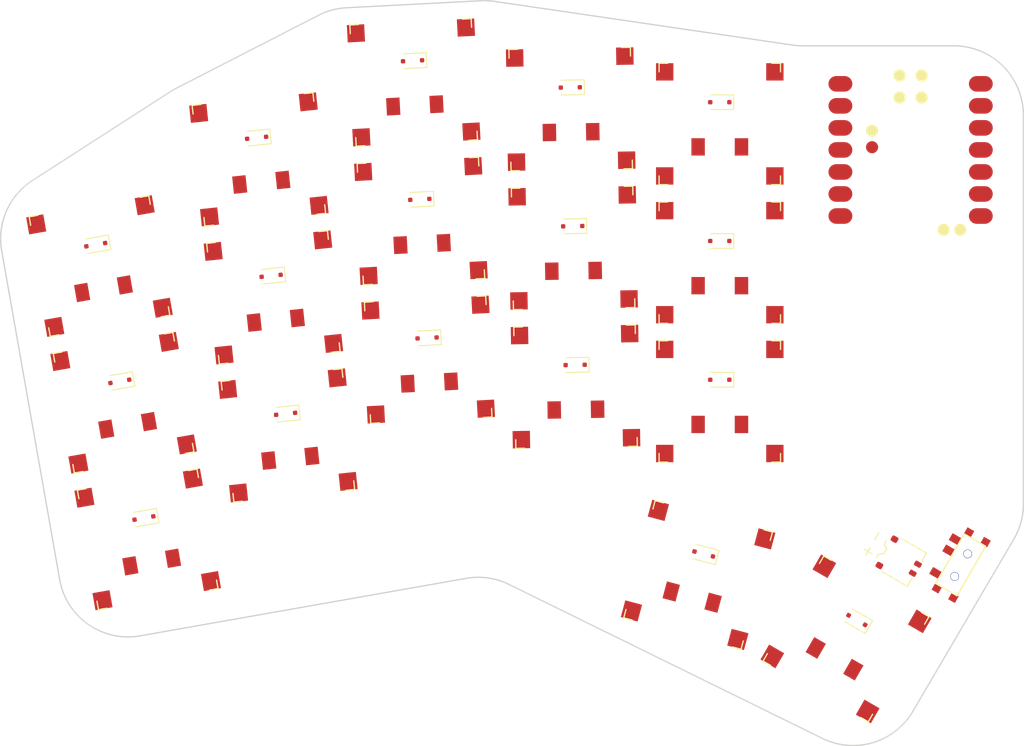
<source format=kicad_pcb>
(kicad_pcb (version 20171130) (host pcbnew 5.1.6)
  (title_block (title "splave-ferris_pg1316s_left_unrouted") (rev "v1.0.0") (company "Unknown"))
  (layers (0 F.Cu signal) (31 B.Cu signal) (34 B.Paste user) (35 F.Paste user) (36 B.SilkS user) (37 F.SilkS user) (38 B.Mask user) (39 F.Mask user) (44 Edge.Cuts user))
  (net 0 "")
  (net 1 "D5")
  (net 2 "pinky_bottom")
  (net 3 "pinky_home")
  (net 4 "pinky_top")
  (net 5 "D3")
  (net 6 "ring_bottom")
  (net 7 "ring_home")
  (net 8 "ring_top")
  (net 9 "D1")
  (net 10 "middle_bottom")
  (net 11 "middle_home")
  (net 12 "middle_top")
  (net 13 "D8")
  (net 14 "index_bottom")
  (net 15 "index_home")
  (net 16 "index_top")
  (net 17 "D10")
  (net 18 "inner_bottom")
  (net 19 "inner_home")
  (net 20 "inner_top")
  (net 21 "near_fan")
  (net 22 "far_fan")
  (net 23 "D4")
  (net 24 "D2")
  (net 25 "D0")
  (net 26 "D9")
  (net 27 "D6")
  (net 28 "D7")
  (net 29 "RAW3V3")
  (net 30 "RAW5V")
  (net 31 "CLK")
  (net 32 "DIO")
  (net 33 "GND")
  (net 34 "RST")
  (net 35 "BAT")
  (net 36 "NFC1")
  (net 37 "NFC2")
  (net 38 "BAT_P")
  (module PG1316S (layer F.Cu) (at 106.5683287 143.6773863 10)
    (fp_text reference "S1" hide)
    (fp_text value "" hide)
    (fp_line (start -7 -6) (end -7 -7) (layer F.SilkS) (width 0.15))
    (fp_line (start -7 7) (end -6 7) (layer F.SilkS) (width 0.15))
    (fp_line (start -6 -7) (end -7 -7) (layer F.SilkS) (width 0.15))
    (fp_line (start -7 7) (end -7 6) (layer F.SilkS) (width 0.15))
    (fp_line (start 7 6) (end 7 7) (layer F.SilkS) (width 0.15))
    (fp_line (start 7 -7) (end 6 -7) (layer F.SilkS) (width 0.15))
    (fp_line (start 6 7) (end 7 7) (layer F.SilkS) (width 0.15))
    (fp_line (start 7 -7) (end 7 -6) (layer F.SilkS) (width 0.15))
    (pad "1" smd rect (at -2.5 2.65 10) (size 1.55 2) (layers "F.Cu" "F.Paste" "F.Mask") (net 2 "pinky_bottom"))
    (pad "2" smd rect (at 2.5 2.65 10) (size 1.55 2) (layers "F.Cu" "F.Paste" "F.Mask") (net 1 "D5"))
    (pad "MP" smd rect (at -6.35 -6 10) (size 2 2) (layers "F.Cu" "F.Paste" "F.Mask"))
    (pad "MP" smd rect (at -6.35 6 10) (size 2 2) (layers "F.Cu" "F.Paste" "F.Mask"))
    (pad "MP" smd rect (at 6.35 -6 10) (size 2 2) (layers "F.Cu" "F.Paste" "F.Mask"))
    (pad "MP" smd rect (at 6.35 6 10) (size 2 2) (layers "F.Cu" "F.Paste" "F.Mask"))
  )
  (module PG1316S (layer F.Cu) (at 103.7899578 127.9204622 10)
    (fp_text reference "S2" hide)
    (fp_text value "" hide)
    (fp_line (start -7 -6) (end -7 -7) (layer F.SilkS) (width 0.15))
    (fp_line (start -7 7) (end -6 7) (layer F.SilkS) (width 0.15))
    (fp_line (start -6 -7) (end -7 -7) (layer F.SilkS) (width 0.15))
    (fp_line (start -7 7) (end -7 6) (layer F.SilkS) (width 0.15))
    (fp_line (start 7 6) (end 7 7) (layer F.SilkS) (width 0.15))
    (fp_line (start 7 -7) (end 6 -7) (layer F.SilkS) (width 0.15))
    (fp_line (start 6 7) (end 7 7) (layer F.SilkS) (width 0.15))
    (fp_line (start 7 -7) (end 7 -6) (layer F.SilkS) (width 0.15))
    (pad "1" smd rect (at -2.5 2.65 10) (size 1.55 2) (layers "F.Cu" "F.Paste" "F.Mask") (net 3 "pinky_home"))
    (pad "2" smd rect (at 2.5 2.65 10) (size 1.55 2) (layers "F.Cu" "F.Paste" "F.Mask") (net 1 "D5"))
    (pad "MP" smd rect (at -6.35 -6 10) (size 2 2) (layers "F.Cu" "F.Paste" "F.Mask"))
    (pad "MP" smd rect (at -6.35 6 10) (size 2 2) (layers "F.Cu" "F.Paste" "F.Mask"))
    (pad "MP" smd rect (at 6.35 -6 10) (size 2 2) (layers "F.Cu" "F.Paste" "F.Mask"))
    (pad "MP" smd rect (at 6.35 6 10) (size 2 2) (layers "F.Cu" "F.Paste" "F.Mask"))
  )
  (module PG1316S (layer F.Cu) (at 101.011587 112.1635382 10)
    (fp_text reference "S3" hide)
    (fp_text value "" hide)
    (fp_line (start -7 -6) (end -7 -7) (layer F.SilkS) (width 0.15))
    (fp_line (start -7 7) (end -6 7) (layer F.SilkS) (width 0.15))
    (fp_line (start -6 -7) (end -7 -7) (layer F.SilkS) (width 0.15))
    (fp_line (start -7 7) (end -7 6) (layer F.SilkS) (width 0.15))
    (fp_line (start 7 6) (end 7 7) (layer F.SilkS) (width 0.15))
    (fp_line (start 7 -7) (end 6 -7) (layer F.SilkS) (width 0.15))
    (fp_line (start 6 7) (end 7 7) (layer F.SilkS) (width 0.15))
    (fp_line (start 7 -7) (end 7 -6) (layer F.SilkS) (width 0.15))
    (pad "1" smd rect (at -2.5 2.65 10) (size 1.55 2) (layers "F.Cu" "F.Paste" "F.Mask") (net 4 "pinky_top"))
    (pad "2" smd rect (at 2.5 2.65 10) (size 1.55 2) (layers "F.Cu" "F.Paste" "F.Mask") (net 1 "D5"))
    (pad "MP" smd rect (at -6.35 -6 10) (size 2 2) (layers "F.Cu" "F.Paste" "F.Mask"))
    (pad "MP" smd rect (at -6.35 6 10) (size 2 2) (layers "F.Cu" "F.Paste" "F.Mask"))
    (pad "MP" smd rect (at 6.35 -6 10) (size 2 2) (layers "F.Cu" "F.Paste" "F.Mask"))
    (pad "MP" smd rect (at 6.35 6 10) (size 2 2) (layers "F.Cu" "F.Paste" "F.Mask"))
  )
  (module PG1316S (layer F.Cu) (at 122.7320346 131.6884493 6)
    (fp_text reference "S4" hide)
    (fp_text value "" hide)
    (fp_line (start -7 -6) (end -7 -7) (layer F.SilkS) (width 0.15))
    (fp_line (start -7 7) (end -6 7) (layer F.SilkS) (width 0.15))
    (fp_line (start -6 -7) (end -7 -7) (layer F.SilkS) (width 0.15))
    (fp_line (start -7 7) (end -7 6) (layer F.SilkS) (width 0.15))
    (fp_line (start 7 6) (end 7 7) (layer F.SilkS) (width 0.15))
    (fp_line (start 7 -7) (end 6 -7) (layer F.SilkS) (width 0.15))
    (fp_line (start 6 7) (end 7 7) (layer F.SilkS) (width 0.15))
    (fp_line (start 7 -7) (end 7 -6) (layer F.SilkS) (width 0.15))
    (pad "1" smd rect (at -2.5 2.65 6) (size 1.55 2) (layers "F.Cu" "F.Paste" "F.Mask") (net 6 "ring_bottom"))
    (pad "2" smd rect (at 2.5 2.65 6) (size 1.55 2) (layers "F.Cu" "F.Paste" "F.Mask") (net 5 "D3"))
    (pad "MP" smd rect (at -6.35 -6 6) (size 2 2) (layers "F.Cu" "F.Paste" "F.Mask"))
    (pad "MP" smd rect (at -6.35 6 6) (size 2 2) (layers "F.Cu" "F.Paste" "F.Mask"))
    (pad "MP" smd rect (at 6.35 -6 6) (size 2 2) (layers "F.Cu" "F.Paste" "F.Mask"))
    (pad "MP" smd rect (at 6.35 6 6) (size 2 2) (layers "F.Cu" "F.Paste" "F.Mask"))
  )
  (module PG1316S (layer F.Cu) (at 121.0595792 115.776099 6)
    (fp_text reference "S5" hide)
    (fp_text value "" hide)
    (fp_line (start -7 -6) (end -7 -7) (layer F.SilkS) (width 0.15))
    (fp_line (start -7 7) (end -6 7) (layer F.SilkS) (width 0.15))
    (fp_line (start -6 -7) (end -7 -7) (layer F.SilkS) (width 0.15))
    (fp_line (start -7 7) (end -7 6) (layer F.SilkS) (width 0.15))
    (fp_line (start 7 6) (end 7 7) (layer F.SilkS) (width 0.15))
    (fp_line (start 7 -7) (end 6 -7) (layer F.SilkS) (width 0.15))
    (fp_line (start 6 7) (end 7 7) (layer F.SilkS) (width 0.15))
    (fp_line (start 7 -7) (end 7 -6) (layer F.SilkS) (width 0.15))
    (pad "1" smd rect (at -2.5 2.65 6) (size 1.55 2) (layers "F.Cu" "F.Paste" "F.Mask") (net 7 "ring_home"))
    (pad "2" smd rect (at 2.5 2.65 6) (size 1.55 2) (layers "F.Cu" "F.Paste" "F.Mask") (net 5 "D3"))
    (pad "MP" smd rect (at -6.35 -6 6) (size 2 2) (layers "F.Cu" "F.Paste" "F.Mask"))
    (pad "MP" smd rect (at -6.35 6 6) (size 2 2) (layers "F.Cu" "F.Paste" "F.Mask"))
    (pad "MP" smd rect (at 6.35 -6 6) (size 2 2) (layers "F.Cu" "F.Paste" "F.Mask"))
    (pad "MP" smd rect (at 6.35 6 6) (size 2 2) (layers "F.Cu" "F.Paste" "F.Mask"))
  )
  (module PG1316S (layer F.Cu) (at 119.3871238 99.8637486 6)
    (fp_text reference "S6" hide)
    (fp_text value "" hide)
    (fp_line (start -7 -6) (end -7 -7) (layer F.SilkS) (width 0.15))
    (fp_line (start -7 7) (end -6 7) (layer F.SilkS) (width 0.15))
    (fp_line (start -6 -7) (end -7 -7) (layer F.SilkS) (width 0.15))
    (fp_line (start -7 7) (end -7 6) (layer F.SilkS) (width 0.15))
    (fp_line (start 7 6) (end 7 7) (layer F.SilkS) (width 0.15))
    (fp_line (start 7 -7) (end 6 -7) (layer F.SilkS) (width 0.15))
    (fp_line (start 6 7) (end 7 7) (layer F.SilkS) (width 0.15))
    (fp_line (start 7 -7) (end 7 -6) (layer F.SilkS) (width 0.15))
    (pad "1" smd rect (at -2.5 2.65 6) (size 1.55 2) (layers "F.Cu" "F.Paste" "F.Mask") (net 8 "ring_top"))
    (pad "2" smd rect (at 2.5 2.65 6) (size 1.55 2) (layers "F.Cu" "F.Paste" "F.Mask") (net 5 "D3"))
    (pad "MP" smd rect (at -6.35 -6 6) (size 2 2) (layers "F.Cu" "F.Paste" "F.Mask"))
    (pad "MP" smd rect (at -6.35 6 6) (size 2 2) (layers "F.Cu" "F.Paste" "F.Mask"))
    (pad "MP" smd rect (at 6.35 -6 6) (size 2 2) (layers "F.Cu" "F.Paste" "F.Mask"))
    (pad "MP" smd rect (at 6.35 6 6) (size 2 2) (layers "F.Cu" "F.Paste" "F.Mask"))
  )
  (module PG1316S (layer F.Cu) (at 138.9072076 122.9498121 3)
    (fp_text reference "S7" hide)
    (fp_text value "" hide)
    (fp_line (start -7 -6) (end -7 -7) (layer F.SilkS) (width 0.15))
    (fp_line (start -7 7) (end -6 7) (layer F.SilkS) (width 0.15))
    (fp_line (start -6 -7) (end -7 -7) (layer F.SilkS) (width 0.15))
    (fp_line (start -7 7) (end -7 6) (layer F.SilkS) (width 0.15))
    (fp_line (start 7 6) (end 7 7) (layer F.SilkS) (width 0.15))
    (fp_line (start 7 -7) (end 6 -7) (layer F.SilkS) (width 0.15))
    (fp_line (start 6 7) (end 7 7) (layer F.SilkS) (width 0.15))
    (fp_line (start 7 -7) (end 7 -6) (layer F.SilkS) (width 0.15))
    (pad "1" smd rect (at -2.5 2.65 3) (size 1.55 2) (layers "F.Cu" "F.Paste" "F.Mask") (net 10 "middle_bottom"))
    (pad "2" smd rect (at 2.5 2.65 3) (size 1.55 2) (layers "F.Cu" "F.Paste" "F.Mask") (net 9 "D1"))
    (pad "MP" smd rect (at -6.35 -6 3) (size 2 2) (layers "F.Cu" "F.Paste" "F.Mask"))
    (pad "MP" smd rect (at -6.35 6 3) (size 2 2) (layers "F.Cu" "F.Paste" "F.Mask"))
    (pad "MP" smd rect (at 6.35 -6 3) (size 2 2) (layers "F.Cu" "F.Paste" "F.Mask"))
    (pad "MP" smd rect (at 6.35 6 3) (size 2 2) (layers "F.Cu" "F.Paste" "F.Mask"))
  )
  (module PG1316S (layer F.Cu) (at 138.0698323 106.9717396 3)
    (fp_text reference "S8" hide)
    (fp_text value "" hide)
    (fp_line (start -7 -6) (end -7 -7) (layer F.SilkS) (width 0.15))
    (fp_line (start -7 7) (end -6 7) (layer F.SilkS) (width 0.15))
    (fp_line (start -6 -7) (end -7 -7) (layer F.SilkS) (width 0.15))
    (fp_line (start -7 7) (end -7 6) (layer F.SilkS) (width 0.15))
    (fp_line (start 7 6) (end 7 7) (layer F.SilkS) (width 0.15))
    (fp_line (start 7 -7) (end 6 -7) (layer F.SilkS) (width 0.15))
    (fp_line (start 6 7) (end 7 7) (layer F.SilkS) (width 0.15))
    (fp_line (start 7 -7) (end 7 -6) (layer F.SilkS) (width 0.15))
    (pad "1" smd rect (at -2.5 2.65 3) (size 1.55 2) (layers "F.Cu" "F.Paste" "F.Mask") (net 11 "middle_home"))
    (pad "2" smd rect (at 2.5 2.65 3) (size 1.55 2) (layers "F.Cu" "F.Paste" "F.Mask") (net 9 "D1"))
    (pad "MP" smd rect (at -6.35 -6 3) (size 2 2) (layers "F.Cu" "F.Paste" "F.Mask"))
    (pad "MP" smd rect (at -6.35 6 3) (size 2 2) (layers "F.Cu" "F.Paste" "F.Mask"))
    (pad "MP" smd rect (at 6.35 -6 3) (size 2 2) (layers "F.Cu" "F.Paste" "F.Mask"))
    (pad "MP" smd rect (at 6.35 6 3) (size 2 2) (layers "F.Cu" "F.Paste" "F.Mask"))
  )
  (module PG1316S (layer F.Cu) (at 137.2324571 90.9936671 3)
    (fp_text reference "S9" hide)
    (fp_text value "" hide)
    (fp_line (start -7 -6) (end -7 -7) (layer F.SilkS) (width 0.15))
    (fp_line (start -7 7) (end -6 7) (layer F.SilkS) (width 0.15))
    (fp_line (start -6 -7) (end -7 -7) (layer F.SilkS) (width 0.15))
    (fp_line (start -7 7) (end -7 6) (layer F.SilkS) (width 0.15))
    (fp_line (start 7 6) (end 7 7) (layer F.SilkS) (width 0.15))
    (fp_line (start 7 -7) (end 6 -7) (layer F.SilkS) (width 0.15))
    (fp_line (start 6 7) (end 7 7) (layer F.SilkS) (width 0.15))
    (fp_line (start 7 -7) (end 7 -6) (layer F.SilkS) (width 0.15))
    (pad "1" smd rect (at -2.5 2.65 3) (size 1.55 2) (layers "F.Cu" "F.Paste" "F.Mask") (net 12 "middle_top"))
    (pad "2" smd rect (at 2.5 2.65 3) (size 1.55 2) (layers "F.Cu" "F.Paste" "F.Mask") (net 9 "D1"))
    (pad "MP" smd rect (at -6.35 -6 3) (size 2 2) (layers "F.Cu" "F.Paste" "F.Mask"))
    (pad "MP" smd rect (at -6.35 6 3) (size 2 2) (layers "F.Cu" "F.Paste" "F.Mask"))
    (pad "MP" smd rect (at 6.35 -6 3) (size 2 2) (layers "F.Cu" "F.Paste" "F.Mask"))
    (pad "MP" smd rect (at 6.35 6 3) (size 2 2) (layers "F.Cu" "F.Paste" "F.Mask"))
  )
  (module PG1316S (layer F.Cu) (at 155.8935276 126.0650863 1)
    (fp_text reference "S10" hide)
    (fp_text value "" hide)
    (fp_line (start -7 -6) (end -7 -7) (layer F.SilkS) (width 0.15))
    (fp_line (start -7 7) (end -6 7) (layer F.SilkS) (width 0.15))
    (fp_line (start -6 -7) (end -7 -7) (layer F.SilkS) (width 0.15))
    (fp_line (start -7 7) (end -7 6) (layer F.SilkS) (width 0.15))
    (fp_line (start 7 6) (end 7 7) (layer F.SilkS) (width 0.15))
    (fp_line (start 7 -7) (end 6 -7) (layer F.SilkS) (width 0.15))
    (fp_line (start 6 7) (end 7 7) (layer F.SilkS) (width 0.15))
    (fp_line (start 7 -7) (end 7 -6) (layer F.SilkS) (width 0.15))
    (pad "1" smd rect (at -2.5 2.65 1) (size 1.55 2) (layers "F.Cu" "F.Paste" "F.Mask") (net 14 "index_bottom"))
    (pad "2" smd rect (at 2.5 2.65 1) (size 1.55 2) (layers "F.Cu" "F.Paste" "F.Mask") (net 13 "D8"))
    (pad "MP" smd rect (at -6.35 -6 1) (size 2 2) (layers "F.Cu" "F.Paste" "F.Mask"))
    (pad "MP" smd rect (at -6.35 6 1) (size 2 2) (layers "F.Cu" "F.Paste" "F.Mask"))
    (pad "MP" smd rect (at 6.35 -6 1) (size 2 2) (layers "F.Cu" "F.Paste" "F.Mask"))
    (pad "MP" smd rect (at 6.35 6 1) (size 2 2) (layers "F.Cu" "F.Paste" "F.Mask"))
  )
  (module PG1316S (layer F.Cu) (at 155.614289 110.0675232 1)
    (fp_text reference "S11" hide)
    (fp_text value "" hide)
    (fp_line (start -7 -6) (end -7 -7) (layer F.SilkS) (width 0.15))
    (fp_line (start -7 7) (end -6 7) (layer F.SilkS) (width 0.15))
    (fp_line (start -6 -7) (end -7 -7) (layer F.SilkS) (width 0.15))
    (fp_line (start -7 7) (end -7 6) (layer F.SilkS) (width 0.15))
    (fp_line (start 7 6) (end 7 7) (layer F.SilkS) (width 0.15))
    (fp_line (start 7 -7) (end 6 -7) (layer F.SilkS) (width 0.15))
    (fp_line (start 6 7) (end 7 7) (layer F.SilkS) (width 0.15))
    (fp_line (start 7 -7) (end 7 -6) (layer F.SilkS) (width 0.15))
    (pad "1" smd rect (at -2.5 2.65 1) (size 1.55 2) (layers "F.Cu" "F.Paste" "F.Mask") (net 15 "index_home"))
    (pad "2" smd rect (at 2.5 2.65 1) (size 1.55 2) (layers "F.Cu" "F.Paste" "F.Mask") (net 13 "D8"))
    (pad "MP" smd rect (at -6.35 -6 1) (size 2 2) (layers "F.Cu" "F.Paste" "F.Mask"))
    (pad "MP" smd rect (at -6.35 6 1) (size 2 2) (layers "F.Cu" "F.Paste" "F.Mask"))
    (pad "MP" smd rect (at 6.35 -6 1) (size 2 2) (layers "F.Cu" "F.Paste" "F.Mask"))
    (pad "MP" smd rect (at 6.35 6 1) (size 2 2) (layers "F.Cu" "F.Paste" "F.Mask"))
  )
  (module PG1316S (layer F.Cu) (at 155.3350505 94.0699601 1)
    (fp_text reference "S12" hide)
    (fp_text value "" hide)
    (fp_line (start -7 -6) (end -7 -7) (layer F.SilkS) (width 0.15))
    (fp_line (start -7 7) (end -6 7) (layer F.SilkS) (width 0.15))
    (fp_line (start -6 -7) (end -7 -7) (layer F.SilkS) (width 0.15))
    (fp_line (start -7 7) (end -7 6) (layer F.SilkS) (width 0.15))
    (fp_line (start 7 6) (end 7 7) (layer F.SilkS) (width 0.15))
    (fp_line (start 7 -7) (end 6 -7) (layer F.SilkS) (width 0.15))
    (fp_line (start 6 7) (end 7 7) (layer F.SilkS) (width 0.15))
    (fp_line (start 7 -7) (end 7 -6) (layer F.SilkS) (width 0.15))
    (pad "1" smd rect (at -2.5 2.65 1) (size 1.55 2) (layers "F.Cu" "F.Paste" "F.Mask") (net 16 "index_top"))
    (pad "2" smd rect (at 2.5 2.65 1) (size 1.55 2) (layers "F.Cu" "F.Paste" "F.Mask") (net 13 "D8"))
    (pad "MP" smd rect (at -6.35 -6 1) (size 2 2) (layers "F.Cu" "F.Paste" "F.Mask"))
    (pad "MP" smd rect (at -6.35 6 1) (size 2 2) (layers "F.Cu" "F.Paste" "F.Mask"))
    (pad "MP" smd rect (at 6.35 -6 1) (size 2 2) (layers "F.Cu" "F.Paste" "F.Mask"))
    (pad "MP" smd rect (at 6.35 6 1) (size 2 2) (layers "F.Cu" "F.Paste" "F.Mask"))
  )
  (module PG1316S (layer F.Cu) (at 172.5259042 127.7750717 0)
    (fp_text reference "S13" hide)
    (fp_text value "" hide)
    (fp_line (start -7 -6) (end -7 -7) (layer F.SilkS) (width 0.15))
    (fp_line (start -7 7) (end -6 7) (layer F.SilkS) (width 0.15))
    (fp_line (start -6 -7) (end -7 -7) (layer F.SilkS) (width 0.15))
    (fp_line (start -7 7) (end -7 6) (layer F.SilkS) (width 0.15))
    (fp_line (start 7 6) (end 7 7) (layer F.SilkS) (width 0.15))
    (fp_line (start 7 -7) (end 6 -7) (layer F.SilkS) (width 0.15))
    (fp_line (start 6 7) (end 7 7) (layer F.SilkS) (width 0.15))
    (fp_line (start 7 -7) (end 7 -6) (layer F.SilkS) (width 0.15))
    (pad "1" smd rect (at -2.5 2.65 0) (size 1.55 2) (layers "F.Cu" "F.Paste" "F.Mask") (net 18 "inner_bottom"))
    (pad "2" smd rect (at 2.5 2.65 0) (size 1.55 2) (layers "F.Cu" "F.Paste" "F.Mask") (net 17 "D10"))
    (pad "MP" smd rect (at -6.35 -6 0) (size 2 2) (layers "F.Cu" "F.Paste" "F.Mask"))
    (pad "MP" smd rect (at -6.35 6 0) (size 2 2) (layers "F.Cu" "F.Paste" "F.Mask"))
    (pad "MP" smd rect (at 6.35 -6 0) (size 2 2) (layers "F.Cu" "F.Paste" "F.Mask"))
    (pad "MP" smd rect (at 6.35 6 0) (size 2 2) (layers "F.Cu" "F.Paste" "F.Mask"))
  )
  (module PG1316S (layer F.Cu) (at 172.5259042 111.7750717 0)
    (fp_text reference "S14" hide)
    (fp_text value "" hide)
    (fp_line (start -7 -6) (end -7 -7) (layer F.SilkS) (width 0.15))
    (fp_line (start -7 7) (end -6 7) (layer F.SilkS) (width 0.15))
    (fp_line (start -6 -7) (end -7 -7) (layer F.SilkS) (width 0.15))
    (fp_line (start -7 7) (end -7 6) (layer F.SilkS) (width 0.15))
    (fp_line (start 7 6) (end 7 7) (layer F.SilkS) (width 0.15))
    (fp_line (start 7 -7) (end 6 -7) (layer F.SilkS) (width 0.15))
    (fp_line (start 6 7) (end 7 7) (layer F.SilkS) (width 0.15))
    (fp_line (start 7 -7) (end 7 -6) (layer F.SilkS) (width 0.15))
    (pad "1" smd rect (at -2.5 2.65 0) (size 1.55 2) (layers "F.Cu" "F.Paste" "F.Mask") (net 19 "inner_home"))
    (pad "2" smd rect (at 2.5 2.65 0) (size 1.55 2) (layers "F.Cu" "F.Paste" "F.Mask") (net 17 "D10"))
    (pad "MP" smd rect (at -6.35 -6 0) (size 2 2) (layers "F.Cu" "F.Paste" "F.Mask"))
    (pad "MP" smd rect (at -6.35 6 0) (size 2 2) (layers "F.Cu" "F.Paste" "F.Mask"))
    (pad "MP" smd rect (at 6.35 -6 0) (size 2 2) (layers "F.Cu" "F.Paste" "F.Mask"))
    (pad "MP" smd rect (at 6.35 6 0) (size 2 2) (layers "F.Cu" "F.Paste" "F.Mask"))
  )
  (module PG1316S (layer F.Cu) (at 172.5259041 95.7750718 0)
    (fp_text reference "S15" hide)
    (fp_text value "" hide)
    (fp_line (start -7 -6) (end -7 -7) (layer F.SilkS) (width 0.15))
    (fp_line (start -7 7) (end -6 7) (layer F.SilkS) (width 0.15))
    (fp_line (start -6 -7) (end -7 -7) (layer F.SilkS) (width 0.15))
    (fp_line (start -7 7) (end -7 6) (layer F.SilkS) (width 0.15))
    (fp_line (start 7 6) (end 7 7) (layer F.SilkS) (width 0.15))
    (fp_line (start 7 -7) (end 6 -7) (layer F.SilkS) (width 0.15))
    (fp_line (start 6 7) (end 7 7) (layer F.SilkS) (width 0.15))
    (fp_line (start 7 -7) (end 7 -6) (layer F.SilkS) (width 0.15))
    (pad "1" smd rect (at -2.5 2.65 0) (size 1.55 2) (layers "F.Cu" "F.Paste" "F.Mask") (net 20 "inner_top"))
    (pad "2" smd rect (at 2.5 2.65 0) (size 1.55 2) (layers "F.Cu" "F.Paste" "F.Mask") (net 17 "D10"))
    (pad "MP" smd rect (at -6.35 -6 0) (size 2 2) (layers "F.Cu" "F.Paste" "F.Mask"))
    (pad "MP" smd rect (at -6.35 6 0) (size 2 2) (layers "F.Cu" "F.Paste" "F.Mask"))
    (pad "MP" smd rect (at 6.35 -6 0) (size 2 2) (layers "F.Cu" "F.Paste" "F.Mask"))
    (pad "MP" smd rect (at 6.35 6 0) (size 2 2) (layers "F.Cu" "F.Paste" "F.Mask"))
  )
  (module PG1316S (layer F.Cu) (at 170.0259042 147.7750717 -15)
    (fp_text reference "S16" hide)
    (fp_text value "" hide)
    (fp_line (start -7 -6) (end -7 -7) (layer F.SilkS) (width 0.15))
    (fp_line (start -7 7) (end -6 7) (layer F.SilkS) (width 0.15))
    (fp_line (start -6 -7) (end -7 -7) (layer F.SilkS) (width 0.15))
    (fp_line (start -7 7) (end -7 6) (layer F.SilkS) (width 0.15))
    (fp_line (start 7 6) (end 7 7) (layer F.SilkS) (width 0.15))
    (fp_line (start 7 -7) (end 6 -7) (layer F.SilkS) (width 0.15))
    (fp_line (start 6 7) (end 7 7) (layer F.SilkS) (width 0.15))
    (fp_line (start 7 -7) (end 7 -6) (layer F.SilkS) (width 0.15))
    (pad "1" smd rect (at -2.5 2.65 -15) (size 1.55 2) (layers "F.Cu" "F.Paste" "F.Mask") (net 21 "near_fan"))
    (pad "2" smd rect (at 2.5 2.65 -15) (size 1.55 2) (layers "F.Cu" "F.Paste" "F.Mask") (net 13 "D8"))
    (pad "MP" smd rect (at -6.35 -6 -15) (size 2 2) (layers "F.Cu" "F.Paste" "F.Mask"))
    (pad "MP" smd rect (at -6.35 6 -15) (size 2 2) (layers "F.Cu" "F.Paste" "F.Mask"))
    (pad "MP" smd rect (at 6.35 -6 -15) (size 2 2) (layers "F.Cu" "F.Paste" "F.Mask"))
    (pad "MP" smd rect (at 6.35 6 -15) (size 2 2) (layers "F.Cu" "F.Paste" "F.Mask"))
  )
  (module PG1316S (layer F.Cu) (at 187.0787936 155.1482271 -30)
    (fp_text reference "S17" hide)
    (fp_text value "" hide)
    (fp_line (start -7 -6) (end -7 -7) (layer F.SilkS) (width 0.15))
    (fp_line (start -7 7) (end -6 7) (layer F.SilkS) (width 0.15))
    (fp_line (start -6 -7) (end -7 -7) (layer F.SilkS) (width 0.15))
    (fp_line (start -7 7) (end -7 6) (layer F.SilkS) (width 0.15))
    (fp_line (start 7 6) (end 7 7) (layer F.SilkS) (width 0.15))
    (fp_line (start 7 -7) (end 6 -7) (layer F.SilkS) (width 0.15))
    (fp_line (start 6 7) (end 7 7) (layer F.SilkS) (width 0.15))
    (fp_line (start 7 -7) (end 7 -6) (layer F.SilkS) (width 0.15))
    (pad "1" smd rect (at -2.5 2.65 -30) (size 1.55 2) (layers "F.Cu" "F.Paste" "F.Mask") (net 22 "far_fan"))
    (pad "2" smd rect (at 2.5 2.65 -30) (size 1.55 2) (layers "F.Cu" "F.Paste" "F.Mask") (net 17 "D10"))
    (pad "MP" smd rect (at -6.35 -6 -30) (size 2 2) (layers "F.Cu" "F.Paste" "F.Mask"))
    (pad "MP" smd rect (at -6.35 6 -30) (size 2 2) (layers "F.Cu" "F.Paste" "F.Mask"))
    (pad "MP" smd rect (at 6.35 -6 -30) (size 2 2) (layers "F.Cu" "F.Paste" "F.Mask"))
    (pad "MP" smd rect (at 6.35 6 -30) (size 2 2) (layers "F.Cu" "F.Paste" "F.Mask"))
  )
  (footprint "D_SOD-323F" (at 106.1342083 141.2153669 190) (layer F.Cu)
    (property "Reference" "D1" hide)
    (pad "1" smd roundrect (at -1.1 0 190) (size 0.5 0.5) (layers "F.Cu" "F.Mask" "F.Paste") (net 2 "pinky_bottom"))
    (pad "2" smd roundrect (at 1.1 0 190) (size 0.5 0.5) (layers "F.Cu" "F.Mask" "F.Paste") (net 23 "D4"))
    (fp_line (start -1.61 -0.85) (end -1.61 0.85) (stroke (width 0.12)) (layer F.SilkS))
    (fp_line (start -1.61 -0.85) (end 1.05 -0.85) (stroke (width 0.12)) (layer F.SilkS))
    (fp_line (start -1.61 0.85) (end 1.05 0.85) (stroke (width 0.12)) (layer F.SilkS))
  )
  (footprint "D_SOD-323F" (at 103.3558374 125.4584428 190) (layer F.Cu)
    (property "Reference" "D2" hide)
    (pad "1" smd roundrect (at -1.1 0 190) (size 0.5 0.5) (layers "F.Cu" "F.Mask" "F.Paste") (net 3 "pinky_home"))
    (pad "2" smd roundrect (at 1.1 0 190) (size 0.5 0.5) (layers "F.Cu" "F.Mask" "F.Paste") (net 24 "D2"))
    (fp_line (start -1.61 -0.85) (end -1.61 0.85) (stroke (width 0.12)) (layer F.SilkS))
    (fp_line (start -1.61 -0.85) (end 1.05 -0.85) (stroke (width 0.12)) (layer F.SilkS))
    (fp_line (start -1.61 0.85) (end 1.05 0.85) (stroke (width 0.12)) (layer F.SilkS))
  )
  (footprint "D_SOD-323F" (at 100.57746660000001 109.7015188 190) (layer F.Cu)
    (property "Reference" "D3" hide)
    (pad "1" smd roundrect (at -1.1 0 190) (size 0.5 0.5) (layers "F.Cu" "F.Mask" "F.Paste") (net 4 "pinky_top"))
    (pad "2" smd roundrect (at 1.1 0 190) (size 0.5 0.5) (layers "F.Cu" "F.Mask" "F.Paste") (net 25 "D0"))
    (fp_line (start -1.61 -0.85) (end -1.61 0.85) (stroke (width 0.12)) (layer F.SilkS))
    (fp_line (start -1.61 -0.85) (end 1.05 -0.85) (stroke (width 0.12)) (layer F.SilkS))
    (fp_line (start -1.61 0.85) (end 1.05 0.85) (stroke (width 0.12)) (layer F.SilkS))
  )
  (footprint "D_SOD-323F" (at 122.47071340000001 129.2021446 186) (layer F.Cu)
    (property "Reference" "D4" hide)
    (pad "1" smd roundrect (at -1.1 0 186) (size 0.5 0.5) (layers "F.Cu" "F.Mask" "F.Paste") (net 6 "ring_bottom"))
    (pad "2" smd roundrect (at 1.1 0 186) (size 0.5 0.5) (layers "F.Cu" "F.Mask" "F.Paste") (net 23 "D4"))
    (fp_line (start -1.61 -0.85) (end -1.61 0.85) (stroke (width 0.12)) (layer F.SilkS))
    (fp_line (start -1.61 -0.85) (end 1.05 -0.85) (stroke (width 0.12)) (layer F.SilkS))
    (fp_line (start -1.61 0.85) (end 1.05 0.85) (stroke (width 0.12)) (layer F.SilkS))
  )
  (footprint "D_SOD-323F" (at 120.798258 113.2897943 186) (layer F.Cu)
    (property "Reference" "D5" hide)
    (pad "1" smd roundrect (at -1.1 0 186) (size 0.5 0.5) (layers "F.Cu" "F.Mask" "F.Paste") (net 7 "ring_home"))
    (pad "2" smd roundrect (at 1.1 0 186) (size 0.5 0.5) (layers "F.Cu" "F.Mask" "F.Paste") (net 24 "D2"))
    (fp_line (start -1.61 -0.85) (end -1.61 0.85) (stroke (width 0.12)) (layer F.SilkS))
    (fp_line (start -1.61 -0.85) (end 1.05 -0.85) (stroke (width 0.12)) (layer F.SilkS))
    (fp_line (start -1.61 0.85) (end 1.05 0.85) (stroke (width 0.12)) (layer F.SilkS))
  )
  (footprint "D_SOD-323F" (at 119.1258026 97.37744389999999 186) (layer F.Cu)
    (property "Reference" "D6" hide)
    (pad "1" smd roundrect (at -1.1 0 186) (size 0.5 0.5) (layers "F.Cu" "F.Mask" "F.Paste") (net 8 "ring_top"))
    (pad "2" smd roundrect (at 1.1 0 186) (size 0.5 0.5) (layers "F.Cu" "F.Mask" "F.Paste") (net 25 "D0"))
    (fp_line (start -1.61 -0.85) (end -1.61 0.85) (stroke (width 0.12)) (layer F.SilkS))
    (fp_line (start -1.61 -0.85) (end 1.05 -0.85) (stroke (width 0.12)) (layer F.SilkS))
    (fp_line (start -1.61 0.85) (end 1.05 0.85) (stroke (width 0.12)) (layer F.SilkS))
  )
  (footprint "D_SOD-323F" (at 138.77636769999998 120.45323830000001 183) (layer F.Cu)
    (property "Reference" "D7" hide)
    (pad "1" smd roundrect (at -1.1 0 183) (size 0.5 0.5) (layers "F.Cu" "F.Mask" "F.Paste") (net 10 "middle_bottom"))
    (pad "2" smd roundrect (at 1.1 0 183) (size 0.5 0.5) (layers "F.Cu" "F.Mask" "F.Paste") (net 23 "D4"))
    (fp_line (start -1.61 -0.85) (end -1.61 0.85) (stroke (width 0.12)) (layer F.SilkS))
    (fp_line (start -1.61 -0.85) (end 1.05 -0.85) (stroke (width 0.12)) (layer F.SilkS))
    (fp_line (start -1.61 0.85) (end 1.05 0.85) (stroke (width 0.12)) (layer F.SilkS))
  )
  (footprint "D_SOD-323F" (at 137.9389924 104.47516580000001 183) (layer F.Cu)
    (property "Reference" "D8" hide)
    (pad "1" smd roundrect (at -1.1 0 183) (size 0.5 0.5) (layers "F.Cu" "F.Mask" "F.Paste") (net 11 "middle_home"))
    (pad "2" smd roundrect (at 1.1 0 183) (size 0.5 0.5) (layers "F.Cu" "F.Mask" "F.Paste") (net 24 "D2"))
    (fp_line (start -1.61 -0.85) (end -1.61 0.85) (stroke (width 0.12)) (layer F.SilkS))
    (fp_line (start -1.61 -0.85) (end 1.05 -0.85) (stroke (width 0.12)) (layer F.SilkS))
    (fp_line (start -1.61 0.85) (end 1.05 0.85) (stroke (width 0.12)) (layer F.SilkS))
  )
  (footprint "D_SOD-323F" (at 137.1016172 88.49709329999999 183) (layer F.Cu)
    (property "Reference" "D9" hide)
    (pad "1" smd roundrect (at -1.1 0 183) (size 0.5 0.5) (layers "F.Cu" "F.Mask" "F.Paste") (net 12 "middle_top"))
    (pad "2" smd roundrect (at 1.1 0 183) (size 0.5 0.5) (layers "F.Cu" "F.Mask" "F.Paste") (net 25 "D0"))
    (fp_line (start -1.61 -0.85) (end -1.61 0.85) (stroke (width 0.12)) (layer F.SilkS))
    (fp_line (start -1.61 -0.85) (end 1.05 -0.85) (stroke (width 0.12)) (layer F.SilkS))
    (fp_line (start -1.61 0.85) (end 1.05 0.85) (stroke (width 0.12)) (layer F.SilkS))
  )
  (footprint "D_SOD-323F" (at 155.8498966 123.5654671 181) (layer F.Cu)
    (property "Reference" "D10" hide)
    (pad "1" smd roundrect (at -1.1 0 181) (size 0.5 0.5) (layers "F.Cu" "F.Mask" "F.Paste") (net 14 "index_bottom"))
    (pad "2" smd roundrect (at 1.1 0 181) (size 0.5 0.5) (layers "F.Cu" "F.Mask" "F.Paste") (net 23 "D4"))
    (fp_line (start -1.61 -0.85) (end -1.61 0.85) (stroke (width 0.12)) (layer F.SilkS))
    (fp_line (start -1.61 -0.85) (end 1.05 -0.85) (stroke (width 0.12)) (layer F.SilkS))
    (fp_line (start -1.61 0.85) (end 1.05 0.85) (stroke (width 0.12)) (layer F.SilkS))
  )
  (footprint "D_SOD-323F" (at 155.570658 107.567904 181) (layer F.Cu)
    (property "Reference" "D11" hide)
    (pad "1" smd roundrect (at -1.1 0 181) (size 0.5 0.5) (layers "F.Cu" "F.Mask" "F.Paste") (net 15 "index_home"))
    (pad "2" smd roundrect (at 1.1 0 181) (size 0.5 0.5) (layers "F.Cu" "F.Mask" "F.Paste") (net 24 "D2"))
    (fp_line (start -1.61 -0.85) (end -1.61 0.85) (stroke (width 0.12)) (layer F.SilkS))
    (fp_line (start -1.61 -0.85) (end 1.05 -0.85) (stroke (width 0.12)) (layer F.SilkS))
    (fp_line (start -1.61 0.85) (end 1.05 0.85) (stroke (width 0.12)) (layer F.SilkS))
  )
  (footprint "D_SOD-323F" (at 155.2914195 91.5703409 181) (layer F.Cu)
    (property "Reference" "D12" hide)
    (pad "1" smd roundrect (at -1.1 0 181) (size 0.5 0.5) (layers "F.Cu" "F.Mask" "F.Paste") (net 16 "index_top"))
    (pad "2" smd roundrect (at 1.1 0 181) (size 0.5 0.5) (layers "F.Cu" "F.Mask" "F.Paste") (net 25 "D0"))
    (fp_line (start -1.61 -0.85) (end -1.61 0.85) (stroke (width 0.12)) (layer F.SilkS))
    (fp_line (start -1.61 -0.85) (end 1.05 -0.85) (stroke (width 0.12)) (layer F.SilkS))
    (fp_line (start -1.61 0.85) (end 1.05 0.85) (stroke (width 0.12)) (layer F.SilkS))
  )
  (footprint "D_SOD-323F" (at 172.5259042 125.2750717 180) (layer F.Cu)
    (property "Reference" "D13" hide)
    (pad "1" smd roundrect (at -1.1 0 180) (size 0.5 0.5) (layers "F.Cu" "F.Mask" "F.Paste") (net 18 "inner_bottom"))
    (pad "2" smd roundrect (at 1.1 0 180) (size 0.5 0.5) (layers "F.Cu" "F.Mask" "F.Paste") (net 23 "D4"))
    (fp_line (start -1.61 -0.85) (end -1.61 0.85) (stroke (width 0.12)) (layer F.SilkS))
    (fp_line (start -1.61 -0.85) (end 1.05 -0.85) (stroke (width 0.12)) (layer F.SilkS))
    (fp_line (start -1.61 0.85) (end 1.05 0.85) (stroke (width 0.12)) (layer F.SilkS))
  )
  (footprint "D_SOD-323F" (at 172.5259042 109.2750717 180) (layer F.Cu)
    (property "Reference" "D14" hide)
    (pad "1" smd roundrect (at -1.1 0 180) (size 0.5 0.5) (layers "F.Cu" "F.Mask" "F.Paste") (net 19 "inner_home"))
    (pad "2" smd roundrect (at 1.1 0 180) (size 0.5 0.5) (layers "F.Cu" "F.Mask" "F.Paste") (net 24 "D2"))
    (fp_line (start -1.61 -0.85) (end -1.61 0.85) (stroke (width 0.12)) (layer F.SilkS))
    (fp_line (start -1.61 -0.85) (end 1.05 -0.85) (stroke (width 0.12)) (layer F.SilkS))
    (fp_line (start -1.61 0.85) (end 1.05 0.85) (stroke (width 0.12)) (layer F.SilkS))
  )
  (footprint "D_SOD-323F" (at 172.5259041 93.2750718 180) (layer F.Cu)
    (property "Reference" "D15" hide)
    (pad "1" smd roundrect (at -1.1 0 180) (size 0.5 0.5) (layers "F.Cu" "F.Mask" "F.Paste") (net 20 "inner_top"))
    (pad "2" smd roundrect (at 1.1 0 180) (size 0.5 0.5) (layers "F.Cu" "F.Mask" "F.Paste") (net 25 "D0"))
    (fp_line (start -1.61 -0.85) (end -1.61 0.85) (stroke (width 0.12)) (layer F.SilkS))
    (fp_line (start -1.61 -0.85) (end 1.05 -0.85) (stroke (width 0.12)) (layer F.SilkS))
    (fp_line (start -1.61 0.85) (end 1.05 0.85) (stroke (width 0.12)) (layer F.SilkS))
  )
  (footprint "D_SOD-323F" (at 170.67295180000002 145.3602571 165) (layer F.Cu)
    (property "Reference" "D16" hide)
    (pad "1" smd roundrect (at -1.1 0 165) (size 0.5 0.5) (layers "F.Cu" "F.Mask" "F.Paste") (net 21 "near_fan"))
    (pad "2" smd roundrect (at 1.1 0 165) (size 0.5 0.5) (layers "F.Cu" "F.Mask" "F.Paste") (net 26 "D9"))
    (fp_line (start -1.61 -0.85) (end -1.61 0.85) (stroke (width 0.12)) (layer F.SilkS))
    (fp_line (start -1.61 -0.85) (end 1.05 -0.85) (stroke (width 0.12)) (layer F.SilkS))
    (fp_line (start -1.61 0.85) (end 1.05 0.85) (stroke (width 0.12)) (layer F.SilkS))
  )
  (footprint "D_SOD-323F" (at 188.3287936 152.9831636 150) (layer F.Cu)
    (property "Reference" "D17" hide)
    (pad "1" smd roundrect (at -1.1 0 150) (size 0.5 0.5) (layers "F.Cu" "F.Mask" "F.Paste") (net 22 "far_fan"))
    (pad "2" smd roundrect (at 1.1 0 150) (size 0.5 0.5) (layers "F.Cu" "F.Mask" "F.Paste") (net 26 "D9"))
    (fp_line (start -1.61 -0.85) (end -1.61 0.85) (stroke (width 0.12)) (layer F.SilkS))
    (fp_line (start -1.61 -0.85) (end 1.05 -0.85) (stroke (width 0.12)) (layer F.SilkS))
    (fp_line (start -1.61 0.85) (end 1.05 0.85) (stroke (width 0.12)) (layer F.SilkS))
  )
  (footprint "xiao_smd" (layer "F.Cu") (at 194.5259041 98.7750718 0)
    (property "Reference" "MCU1" hide)
    (pad "1" smd oval (at -7.62 -7.62 180) (size 2.75 1.8) (drill (offset 0.475 0)) (layers "F.Cu" "F.Paste" "F.Mask") (net 25 "D0"))
    (pad "2" smd oval (at -7.62 -5.08 180) (size 2.75 1.8) (drill (offset 0.475 0)) (layers "F.Cu" "F.Paste" "F.Mask") (net 9 "D1"))
    (pad "3" smd oval (at -7.62 -2.54 180) (size 2.75 1.8) (drill (offset 0.475 0)) (layers "F.Cu" "F.Paste" "F.Mask") (net 24 "D2"))
    (pad "4" smd oval (at -7.62 0 180) (size 2.75 1.8) (drill (offset 0.475 0)) (layers "F.Cu" "F.Paste" "F.Mask") (net 5 "D3"))
    (pad "5" smd oval (at -7.62 2.54 180) (size 2.75 1.8) (drill (offset 0.475 0)) (layers "F.Cu" "F.Paste" "F.Mask") (net 23 "D4"))
    (pad "6" smd oval (at -7.62 5.08 180) (size 2.75 1.8) (drill (offset 0.475 0)) (layers "F.Cu" "F.Paste" "F.Mask") (net 1 "D5"))
    (pad "7" smd oval (at -7.62 7.62 180) (size 2.75 1.8) (drill (offset 0.475 0)) (layers "F.Cu" "F.Paste" "F.Mask") (net 27 "D6"))
    (pad "8" smd oval (at 7.62 7.62 0) (size 2.75 1.8) (drill (offset 0.475 0)) (layers "F.Cu" "F.Paste" "F.Mask") (net 28 "D7"))
    (pad "9" smd oval (at 7.62 5.08 0) (size 2.75 1.8) (drill (offset 0.475 0)) (layers "F.Cu" "F.Paste" "F.Mask") (net 13 "D8"))
    (pad "10" smd oval (at 7.62 2.54 0) (size 2.75 1.8) (drill (offset 0.475 0)) (layers "F.Cu" "F.Paste" "F.Mask") (net 26 "D9"))
    (pad "11" smd oval (at 7.62 0 0) (size 2.75 1.8) (drill (offset 0.475 0)) (layers "F.Cu" "F.Paste" "F.Mask") (net 17 "D10"))
    (pad "12" smd oval (at 7.62 -2.54 0) (size 2.75 1.8) (drill (offset 0.475 0)) (layers "F.Cu" "F.Paste" "F.Mask") (net 29 "RAW3V3"))
    (pad "13" smd oval (at 7.62 -5.08 0) (size 2.75 1.8) (drill (offset 0.475 0)) (layers "F.Cu" "F.Paste" "F.Mask") (net 33 "GND"))
    (pad "14" smd oval (at 7.62 -7.62 0) (size 2.75 1.8) (drill (offset 0.475 0)) (layers "F.Cu" "F.Paste" "F.Mask") (net 30 "RAW5V"))
    (pad "15" smd circle (at -1.27 -8.572 90) (size 1.397 1.397) (drill 1.016) (layers "F.SilkS") (net 31 "CLK"))
    (pad "16" smd circle (at 1.27 -8.572 90) (size 1.397 1.397) (drill 1.016) (layers "F.SilkS") (net 32 "DIO"))
    (pad "17" smd circle (at -1.27 -6.032 90) (size 1.397 1.397) (drill 1.016) (layers "F.SilkS") (net 34 "RST"))
    (pad "18" smd circle (at 1.27 -6.032 90) (size 1.397 1.397) (drill 1.016) (layers "F.SilkS") (net 33 "GND"))
    (pad "19" smd circle (at -4.445 -0.317 180) (size 1.397 1.397) (drill 1.016) (layers "F.Cu" "F.Paste" "F.Mask") (net 35 "BAT"))
    (pad "20" smd circle (at -4.445 -2.222 180) (size 1.397 1.397) (drill 1.016) (layers "F.SilkS") (net 33 "GND"))
    (pad "21" smd circle (at 3.81 9.208 180) (size 1.397 1.397) (drill 1.016) (layers "F.SilkS") (net 36 "NFC1"))
    (pad "22" smd circle (at 5.715 9.208 180) (size 1.397 1.397) (drill 1.016) (layers "F.SilkS") (net 37 "NFC2"))
  )
  (module E73:SPDT_C128955 (layer F.Cu) (at 200.35747780000003 146.64887140000002 -120)
    (fp_text reference "T1" hide)
    (fp_text value "" hide)
    (fp_line (start 1.95 -1.35) (end -1.95 -1.35) (layer F.SilkS) (width 0.15))
    (fp_line (start 0 -1.35) (end -3.3 -1.35) (layer F.SilkS) (width 0.15))
    (fp_line (start -3.3 -1.35) (end -3.3 1.5) (layer F.SilkS) (width 0.15))
    (fp_line (start -3.3 1.5) (end 3.3 1.5) (layer F.SilkS) (width 0.15))
    (fp_line (start 3.3 1.5) (end 3.3 -1.35) (layer F.SilkS) (width 0.15))
    (fp_line (start 0 -1.35) (end 3.3 -1.35) (layer F.SilkS) (width 0.15))
    (pad "" np_thru_hole circle (at 1.5 0) (size 1 1) (drill 0.9) (layers *.Cu *.Mask))
    (pad "" np_thru_hole circle (at -1.5 0) (size 1 1) (drill 0.9) (layers *.Cu *.Mask))
    (pad 1 smd rect (at 2.25 2.075 -120) (size 0.9 1.25) (layers F.Cu F.Paste F.Mask) (net 38 "BAT_P"))
    (pad 2 smd rect (at -0.75 2.075 -120) (size 0.9 1.25) (layers F.Cu F.Paste F.Mask) (net 35 "BAT"))
    (pad 3 smd rect (at -2.25 2.075 -120) (size 0.9 1.25) (layers F.Cu F.Paste F.Mask))
    (pad "" smd rect (at 3.7 -1.1 -120) (size 0.9 0.9) (layers F.Cu F.Paste F.Mask))
    (pad "" smd rect (at 3.7 1.1 -120) (size 0.9 0.9) (layers F.Cu F.Paste F.Mask))
    (pad "" smd rect (at -3.7 1.1 -120) (size 0.9 0.9) (layers F.Cu F.Paste F.Mask))
    (pad "" smd rect (at -3.7 -1.1 -120) (size 0.9 0.9) (layers F.Cu F.Paste F.Mask))
  )
  (footprint "ceoloide:battery_connector_molex_pico_ezmate_1x02" (layer "F.Cu") (at 193.44481900000002 146.12194770000002 -120)
    (property "Reference" "CONN1" hide)
    (pad "" smd roundrect (at 1.75 1.9 -120) (size 0.7 0.8) (layers "F.Cu" "F.Paste" "F.Mask"))
    (pad "" smd roundrect (at -1.75 1.9 -120) (size 0.7 0.8) (layers "F.Cu" "F.Paste" "F.Mask"))
    (pad "2" smd roundrect (at 0.6 -1.875 -120) (size 0.6 0.85) (layers "F.Cu" "F.Paste" "F.Mask") (net 38 "BAT_P"))
    (pad "1" smd roundrect (at -0.6 -1.875 -120) (size 0.6 0.85) (layers "F.Cu" "F.Paste" "F.Mask") (net 33 "GND"))
    (fp_line (start 0.5 3.85) (end 1.5 3.85) (layer "F.SilkS") (stroke (width 0.12)))
    (fp_line (start 1 4.35) (end 1 3.35) (layer "F.SilkS") (stroke (width 0.12)))
    (fp_line (start -0.5 3.85) (end -1.5 3.85) (layer "F.SilkS") (stroke (width 0.12)))
    (fp_line (start 0.64 2.63) (end 1.14 2.63) (layer "F.SilkS") (stroke (width 0.12)))
    (fp_line (start 0.34 2.13) (end 0.64 2.63) (layer "F.SilkS") (stroke (width 0.12)))
    (fp_line (start -0.34 2.13) (end 0.34 2.13) (layer "F.SilkS") (stroke (width 0.12)))
    (fp_line (start -0.64 2.63) (end -0.34 2.13) (layer "F.SilkS") (stroke (width 0.12)))
    (fp_line (start -1.16 -2.09) (end -1.16 -2.3) (layer "F.SilkS") (stroke (width 0.12)))
    (fp_line (start -2.21 -2.09) (end -1.16 -2.09) (layer "F.SilkS") (stroke (width 0.12)))
    (fp_line (start -2.21 1.24) (end -2.21 -2.09) (layer "F.SilkS") (stroke (width 0.12)))
    (fp_line (start -1.14 2.63) (end -0.64 2.63) (layer "F.SilkS") (stroke (width 0.12)))
    (fp_line (start 2.21 -2.09) (end 1.16 -2.09) (layer "F.SilkS") (stroke (width 0.12)))
    (fp_line (start 2.21 1.24) (end 2.21 -2.09) (layer "F.SilkS") (stroke (width 0.12)))
  )
  (gr_line (start 206.42681906390652 143.6492716067233) (end 194.79070379385448 163.49159813591888) (angle 90) (layer Edge.Cuts) (width 0.15))
  (gr_line (start 184.36254633066687 166.62513047647815) (end 148.21069065635106 148.86625365526456) (angle 90) (layer Edge.Cuts) (width 0.15))
  (gr_line (start 143.29426263150472 148.16822067951225) (end 105.68626740795604 154.79952495762552) (angle 90) (layer Edge.Cuts) (width 0.15))
  (gr_line (start 96.41861990453133 148.3102485053313) (end 89.73605273334157 110.4115267159188) (angle 90) (layer Edge.Cuts) (width 0.15))
  (gr_line (start 93.28253096506059 102.29672478448299) (end 109.16511130879975 92.06672162951865) (angle 90) (layer Edge.Cuts) (width 0.15))
  (gr_line (start 109.84551361844646 91.67433595411083) (end 126.25052113725698 83.2584603027963) (angle 90) (layer Edge.Cuts) (width 0.15))
  (gr_line (start 129.48341455916722 82.3874261058021) (end 144.95642944256338 81.57651976644635) (angle 90) (layer Edge.Cuts) (width 0.15))
  (gr_line (start 146.53447820572924 81.6500091957745) (end 180.94929920657663 86.69061864894447) (angle 90) (layer Edge.Cuts) (width 0.15))
  (gr_line (start 182.1086599551589 86.7750718) (end 199.5259041 86.7750718) (angle 90) (layer Edge.Cuts) (width 0.15))
  (gr_line (start 207.5259041 94.7750718) (end 207.5259041 139.60237494517537) (angle 90) (layer Edge.Cuts) (width 0.15))
  (gr_arc (start 187.88978882994795 159.44470147437096) (end 184.36254632994795 166.62513047437096) (angle -85.7730617489882) (layer Edge.Cuts) (width 0.15))
  (gr_arc (start 144.68344815707 156.04668265737172) (end 148.21069065707 148.86625365737171) (angle -36.16165862873559) (layer Edge.Cuts) (width 0.15))
  (gr_arc (start 104.29708188239077 146.92106297976605) (end 96.41861988239077 148.31024847976605) (angle -90.0000000000002) (layer Edge.Cuts) (width 0.15))
  (gr_arc (start 97.61451471120104 109.02234119035359) (end 93.28253091120104 102.29672479035358) (angle -67.21433019791894) (layer Edge.Cuts) (width 0.15))
  (gr_arc (start 113.4970950549402 98.79233803538928) (end 109.8455136549402 91.67433603538927) (angle -5.627551507847329) (layer Edge.Cuts) (width 0.15))
  (gr_arc (start 129.90210257375082 90.37646238407469) (end 129.48341457375082 82.38742608407469) (angle -24.15811647901448) (layer Edge.Cuts) (width 0.15))
  (gr_arc (start 145.37511745714698 89.56555604471895) (end 146.534478257147 81.65000914471895) (angle -11.332654669551573) (layer Edge.Cuts) (width 0.15))
  (gr_arc (start 182.1086599551589 78.7750718) (end 180.9492991551589 86.6906187) (angle -8.332652061677209) (layer Edge.Cuts) (width 0.15))
  (gr_arc (start 199.5259041 94.7750718) (end 207.5259041 94.7750718) (angle -90) (layer Edge.Cuts) (width 0.15))
  (gr_arc (start 199.5259041 139.60237494517537) (end 206.4268191 143.64927164517536) (angle -30.38859608709231) (layer Edge.Cuts) (width 0.15))
)
</source>
